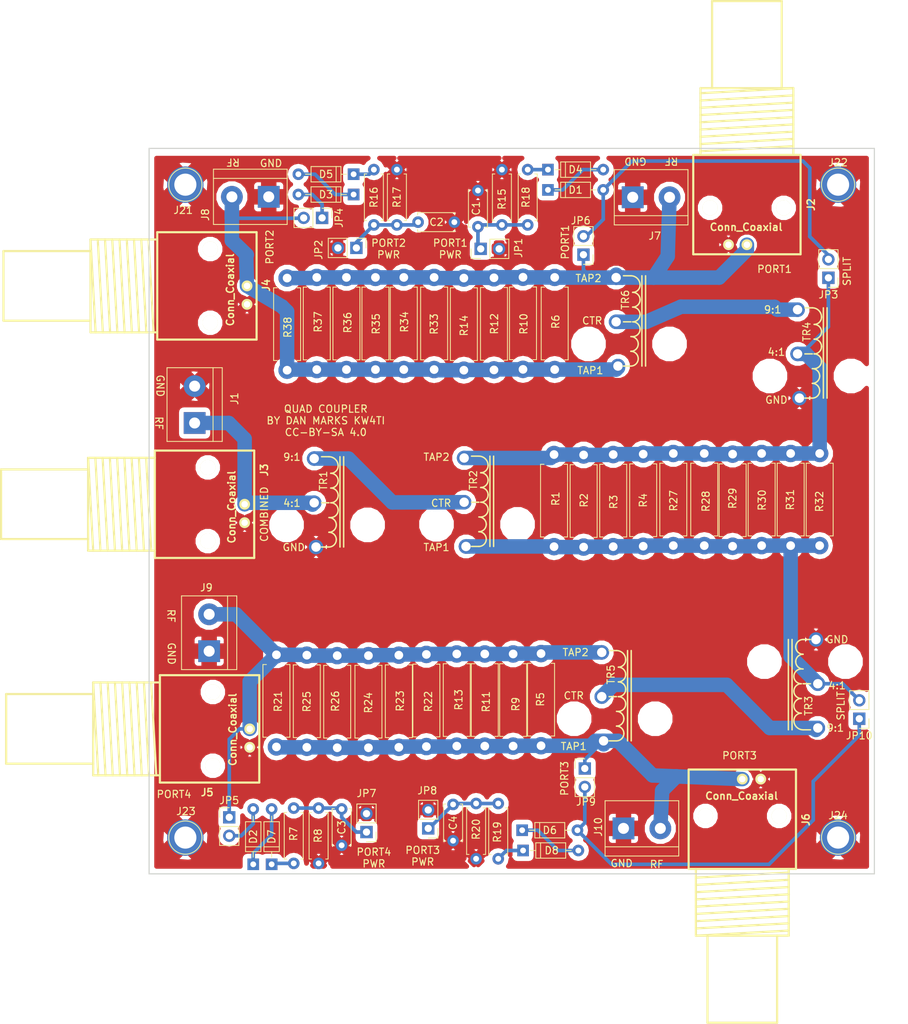
<source format=kicad_pcb>
(kicad_pcb (version 4) (host pcbnew 4.0.7)
  (layers (0 F.Cu signal) (31 B.Cu signal) (34 B.Paste user) (35 F.Paste user) (36 B.SilkS user) (37 F.SilkS user) (38 B.Mask user) (39 F.Mask user) (44 Edge.Cuts user))
  (net 0 "")
  (net 1 "Net-(J1-Pad1)")
  (net 2 GND)
  (net 3 "Net-(J2-Pad1)")
  (net 4 "Net-(C1-Pad1)")
  (net 5 "Net-(C2-Pad1)")
  (net 6 "Net-(C3-Pad1)")
  (net 7 "Net-(C4-Pad1)")
  (net 8 "Net-(D1-Pad2)")
  (net 9 "Net-(D2-Pad2)")
  (net 10 "Net-(D3-Pad2)")
  (net 11 "Net-(D6-Pad2)")
  (net 12 "Net-(TR1-Pad3)")
  (net 13 "Net-(TR3-Pad3)")
  (net 14 "Net-(TR4-Pad3)")
  (net 15 "Net-(J4-Pad1)")
  (net 16 "Net-(J5-Pad1)")
  (net 17 "Net-(J10-Pad2)")
  (net 18 "Net-(D5-Pad1)")
  (net 19 "Net-(D4-Pad1)")
  (net 20 "Net-(D1-Pad1)")
  (net 21 "Net-(D3-Pad1)")
  (net 22 "Net-(D2-Pad1)")
  (net 23 "Net-(D6-Pad1)")
  (net 24 "Net-(D7-Pad1)")
  (net 25 "Net-(D8-Pad1)")
  (net 26 "Net-(JP3-Pad1)")
  (net 27 "Net-(JP10-Pad2)")
  (module Connectors_Terminal_Blocks:TerminalBlock_bornier-2_P5.08mm (layer F.Cu) (at 46.2788 77.851 90)
    (fp_text reference J1 (at 3.3528 5.4991 270) (layer F.SilkS))
    (fp_text value Conn_01x02)
    (pad 1 thru_hole rect (at 0 0 90) (size 3 3) (drill 1.52) (layers *.Cu *.Mask) (net 1 "Net-(J1-Pad1)"))
    (pad 2 thru_hole circle (at 5.08 0 90) (size 3 3) (drill 1.52) (layers *.Cu *.Mask) (net 2 GND))
  )
  (module QuadCoupler:bnc_90_1-1337543-0 (layer F.Cu) (at 40.7924 89.0524 270)
    (fp_text reference J3 (at -4.7244 -15.0876 270) (layer F.SilkS) (effects (font (thickness 0.2))))
    (fp_text value Conn_Coaxial (at 0.381 -10.5918 270) (layer F.SilkS) (effects (font (thickness 0.2))))
    (pad 1 thru_hole circle (at 0 -12.38 270) (size 1.5 1.5) (drill 0.9) (layers *.Cu *.Mask F.SilkS) (net 1 "Net-(J1-Pad1)"))
    (pad 2 thru_hole circle (at 2.54 -12.38 270) (size 1.5 1.5) (drill 0.9) (layers *.Cu *.Mask F.SilkS) (net 2 GND))
    (pad "" np_thru_hole circle (at 5.08 -7.3 270) (size 2.1 2.1) (drill 2.1) (layers *.Cu *.Mask F.SilkS))
    (pad "" np_thru_hole circle (at -5.08 -7.3 270) (size 2.1 2.1) (drill 2.1) (layers *.Cu *.Mask F.SilkS))
  )
  (module Connectors:1pin (layer F.Cu) (at 45 45)
    (fp_text reference J21 (at -0.296 3.514) (layer F.SilkS))
    (fp_text value Conn_01x01)
    (pad 1 thru_hole circle (at 0 0) (size 5 5) (drill 3.048) (layers *.Cu *.Mask) (net 2 GND))
  )
  (module Connectors:1pin (layer F.Cu) (at 135 45)
    (fp_text reference J22 (at 0 -3.048) (layer F.SilkS))
    (fp_text value Conn_01x01)
    (pad 1 thru_hole circle (at 0 0) (size 5 5) (drill 3.048) (layers *.Cu *.Mask) (net 2 GND))
  )
  (module Connectors:1pin (layer F.Cu) (at 45 135)
    (fp_text reference J23 (at 0.085 -3.6185) (layer F.SilkS))
    (fp_text value Conn_01x01)
    (pad 1 thru_hole circle (at 0 0) (size 5 5) (drill 3.048) (layers *.Cu *.Mask) (net 2 GND))
  )
  (module Connectors:1pin (layer F.Cu) (at 135 135)
    (fp_text reference J24 (at 0 -3.048) (layer F.SilkS))
    (fp_text value Conn_01x01)
    (pad 1 thru_hole circle (at 0 0) (size 5 5) (drill 3.048) (layers *.Cu *.Mask) (net 2 GND))
  )
  (module Capacitors_THT:C_Disc_D5.0mm_W2.5mm_P5.00mm (layer F.Cu) (at 66.548 131.064 270)
    (fp_text reference C3 (at 2.54 0 270) (layer F.SilkS))
    (fp_text value "10 nF")
    (pad 1 thru_hole circle (at 0 0 270) (size 1.6 1.6) (drill 0.8) (layers *.Cu *.Mask) (net 6 "Net-(C3-Pad1)"))
    (pad 2 thru_hole circle (at 5 0 270) (size 1.6 1.6) (drill 0.8) (layers *.Cu *.Mask) (net 2 GND))
  )
  (module Capacitors_THT:C_Disc_D5.0mm_W2.5mm_P5.00mm (layer F.Cu) (at 81.915 130.429 270)
    (fp_text reference C4 (at 2.54 0 270) (layer F.SilkS))
    (fp_text value "10 nF")
    (pad 1 thru_hole circle (at 0 0 270) (size 1.6 1.6) (drill 0.8) (layers *.Cu *.Mask) (net 7 "Net-(C4-Pad1)"))
    (pad 2 thru_hole circle (at 5 0 270) (size 1.6 1.6) (drill 0.8) (layers *.Cu *.Mask) (net 2 GND))
  )
  (module Resistors_THT:R_Axial_DIN0207_L6.3mm_D2.5mm_P7.62mm_Horizontal (layer F.Cu) (at 59.944 130.937 270)
    (fp_text reference R7 (at 3.552 0.02 270) (layer F.SilkS))
    (fp_text value 100k)
    (pad 1 thru_hole circle (at 0 0 270) (size 1.6 1.6) (drill 0.8) (layers *.Cu *.Mask) (net 6 "Net-(C3-Pad1)"))
    (pad 2 thru_hole oval (at 7.62 0 270) (size 1.6 1.6) (drill 0.8) (layers *.Cu *.Mask) (net 24 "Net-(D7-Pad1)"))
  )
  (module Resistors_THT:R_Axial_DIN0207_L6.3mm_D2.5mm_P7.62mm_Horizontal (layer F.Cu) (at 63.373 138.557 90)
    (fp_text reference R8 (at 3.814 -0.076 90) (layer F.SilkS))
    (fp_text value 10k)
    (pad 1 thru_hole circle (at 0 0 90) (size 1.6 1.6) (drill 0.8) (layers *.Cu *.Mask) (net 2 GND))
    (pad 2 thru_hole oval (at 7.62 0 90) (size 1.6 1.6) (drill 0.8) (layers *.Cu *.Mask) (net 6 "Net-(C3-Pad1)"))
  )
  (module Diodes_THT:D_DO-35_SOD27_P7.62mm_Horizontal (layer F.Cu) (at 54.356 138.684 90)
    (fp_text reference D2 (at 3.81 0 90) (layer F.SilkS))
    (fp_text value 1N4148)
    (pad 1 thru_hole rect (at 0 0 90) (size 1.6 1.6) (drill 0.8) (layers *.Cu *.Mask) (net 22 "Net-(D2-Pad1)"))
    (pad 2 thru_hole oval (at 7.62 0 90) (size 1.6 1.6) (drill 0.8) (layers *.Cu *.Mask) (net 9 "Net-(D2-Pad2)"))
  )
  (module QuadCoupler:autotransformer (layer F.Cu) (at 104.394 63.9064)
    (fp_text reference TR6 (at 1.27 -3.048 90) (layer F.SilkS))
    (fp_text value autotransformer)
    (pad 1 thru_hole circle (at 0.254 6.096) (size 2 2) (drill 1.3) (layers *.Cu *.Mask) (net 15 "Net-(J4-Pad1)"))
    (pad 2 thru_hole circle (at 0 0) (size 2 2) (drill 1.3) (layers *.Cu *.Mask) (net 14 "Net-(TR4-Pad3)"))
    (pad 3 thru_hole circle (at 0 -6.096) (size 2 2) (drill 1.3) (layers *.Cu *.Mask) (net 3 "Net-(J2-Pad1)"))
    (pad "" np_thru_hole circle (at -3.81 3.048) (size 3.5 3.5) (drill 3.5) (layers *.Cu *.Mask))
    (pad "" np_thru_hole circle (at 7.366 3.048) (size 3.5 3.5) (drill 3.5) (layers *.Cu *.Mask))
  )
  (module QuadCoupler:autotransformer (layer F.Cu) (at 102.4128 115.57)
    (fp_text reference TR5 (at 1.27 -3.048 90) (layer F.SilkS))
    (fp_text value autotransformer)
    (pad 1 thru_hole circle (at 0.254 6.096) (size 2 2) (drill 1.3) (layers *.Cu *.Mask) (net 17 "Net-(J10-Pad2)"))
    (pad 2 thru_hole circle (at 0 0) (size 2 2) (drill 1.3) (layers *.Cu *.Mask) (net 13 "Net-(TR3-Pad3)"))
    (pad 3 thru_hole circle (at 0 -6.096) (size 2 2) (drill 1.3) (layers *.Cu *.Mask) (net 16 "Net-(J5-Pad1)"))
    (pad "" np_thru_hole circle (at -3.81 3.048) (size 3.5 3.5) (drill 3.5) (layers *.Cu *.Mask))
    (pad "" np_thru_hole circle (at 7.366 3.048) (size 3.5 3.5) (drill 3.5) (layers *.Cu *.Mask))
  )
  (module QuadCoupler:autotransformer (layer F.Cu) (at 129.413 68.326)
    (fp_text reference TR4 (at 1.27 -3.048 90) (layer F.SilkS))
    (fp_text value autotransformer)
    (pad 1 thru_hole circle (at 0.254 6.096) (size 2 2) (drill 1.3) (layers *.Cu *.Mask) (net 2 GND))
    (pad 2 thru_hole circle (at 0 0) (size 2 2) (drill 1.3) (layers *.Cu *.Mask) (net 26 "Net-(JP3-Pad1)"))
    (pad 3 thru_hole circle (at 0 -6.096) (size 2 2) (drill 1.3) (layers *.Cu *.Mask) (net 14 "Net-(TR4-Pad3)"))
    (pad "" np_thru_hole circle (at -3.81 3.048) (size 3.5 3.5) (drill 3.5) (layers *.Cu *.Mask))
    (pad "" np_thru_hole circle (at 7.366 3.048) (size 3.5 3.5) (drill 3.5) (layers *.Cu *.Mask))
  )
  (module QuadCoupler:autotransformer (layer F.Cu) (at 132.207 113.792 180)
    (fp_text reference TR3 (at 1.27 -3.048 270) (layer F.SilkS))
    (fp_text value autotransformer)
    (pad 1 thru_hole circle (at 0.254 6.096 180) (size 2 2) (drill 1.3) (layers *.Cu *.Mask) (net 2 GND))
    (pad 2 thru_hole circle (at 0 0 180) (size 2 2) (drill 1.3) (layers *.Cu *.Mask) (net 27 "Net-(JP10-Pad2)"))
    (pad 3 thru_hole circle (at 0 -6.096 180) (size 2 2) (drill 1.3) (layers *.Cu *.Mask) (net 13 "Net-(TR3-Pad3)"))
    (pad "" np_thru_hole circle (at -3.81 3.048 180) (size 3.5 3.5) (drill 3.5) (layers *.Cu *.Mask))
    (pad "" np_thru_hole circle (at 7.366 3.048 180) (size 3.5 3.5) (drill 3.5) (layers *.Cu *.Mask))
  )
  (module QuadCoupler:autotransformer (layer F.Cu) (at 83.439 88.773)
    (fp_text reference TR2 (at 1.27 -3.048 90) (layer F.SilkS))
    (fp_text value autotransformer)
    (pad 1 thru_hole circle (at 0.254 6.096) (size 2 2) (drill 1.3) (layers *.Cu *.Mask) (net 27 "Net-(JP10-Pad2)"))
    (pad 2 thru_hole circle (at 0 0) (size 2 2) (drill 1.3) (layers *.Cu *.Mask) (net 12 "Net-(TR1-Pad3)"))
    (pad 3 thru_hole circle (at 0 -6.096) (size 2 2) (drill 1.3) (layers *.Cu *.Mask) (net 26 "Net-(JP3-Pad1)"))
    (pad "" np_thru_hole circle (at -3.81 3.048) (size 3.5 3.5) (drill 3.5) (layers *.Cu *.Mask))
    (pad "" np_thru_hole circle (at 7.366 3.048) (size 3.5 3.5) (drill 3.5) (layers *.Cu *.Mask))
  )
  (module QuadCoupler:autotransformer (layer F.Cu) (at 62.7634 88.8492)
    (fp_text reference TR1 (at 1.27 -3.048 90) (layer F.SilkS))
    (fp_text value autotransformer)
    (pad 1 thru_hole circle (at 0.254 6.096) (size 2 2) (drill 1.3) (layers *.Cu *.Mask) (net 2 GND))
    (pad 2 thru_hole circle (at 0 0) (size 2 2) (drill 1.3) (layers *.Cu *.Mask) (net 1 "Net-(J1-Pad1)"))
    (pad 3 thru_hole circle (at 0 -6.096) (size 2 2) (drill 1.3) (layers *.Cu *.Mask) (net 12 "Net-(TR1-Pad3)"))
    (pad "" np_thru_hole circle (at -3.81 3.048) (size 3.5 3.5) (drill 3.5) (layers *.Cu *.Mask))
    (pad "" np_thru_hole circle (at 7.366 3.048) (size 3.5 3.5) (drill 3.5) (layers *.Cu *.Mask))
  )
  (module QuadCoupler:bnc_90_1-1337543-0 (layer F.Cu) (at 122.428 40.894 180)
    (fp_text reference J2 (at -8.8392 -6.858 270) (layer F.SilkS) (effects (font (thickness 0.2))))
    (fp_text value Conn_Coaxial (at 0.1016 -9.9568 180) (layer F.SilkS) (effects (font (thickness 0.2))))
    (pad 1 thru_hole circle (at 0 -12.38 180) (size 1.5 1.5) (drill 0.9) (layers *.Cu *.Mask F.SilkS) (net 3 "Net-(J2-Pad1)"))
    (pad 2 thru_hole circle (at 2.54 -12.38 180) (size 1.5 1.5) (drill 0.9) (layers *.Cu *.Mask F.SilkS) (net 2 GND))
    (pad "" np_thru_hole circle (at 5.08 -7.3 180) (size 2.1 2.1) (drill 2.1) (layers *.Cu *.Mask F.SilkS))
    (pad "" np_thru_hole circle (at -5.08 -7.3 180) (size 2.1 2.1) (drill 2.1) (layers *.Cu *.Mask F.SilkS))
  )
  (module QuadCoupler:bnc_90_1-1337543-0 (layer F.Cu) (at 41.1226 58.9534 270)
    (fp_text reference J4 (at -0.0889 -15.0241 450) (layer F.SilkS) (effects (font (thickness 0.2))))
    (fp_text value Conn_Coaxial (at 0.5334 -10.06602 270) (layer F.SilkS) (effects (font (thickness 0.2))))
    (pad 1 thru_hole circle (at 0 -12.38 270) (size 1.5 1.5) (drill 0.9) (layers *.Cu *.Mask F.SilkS) (net 15 "Net-(J4-Pad1)"))
    (pad 2 thru_hole circle (at 2.54 -12.38 270) (size 1.5 1.5) (drill 0.9) (layers *.Cu *.Mask F.SilkS) (net 2 GND))
    (pad "" np_thru_hole circle (at 5.08 -7.3 270) (size 2.1 2.1) (drill 2.1) (layers *.Cu *.Mask F.SilkS))
    (pad "" np_thru_hole circle (at -5.08 -7.3 270) (size 2.1 2.1) (drill 2.1) (layers *.Cu *.Mask F.SilkS))
  )
  (module QuadCoupler:bnc_90_1-1337543-0 (layer F.Cu) (at 41.4909 120.015 270)
    (fp_text reference J5 (at 8.763 -6.5151 360) (layer F.SilkS) (effects (font (thickness 0.2))))
    (fp_text value Conn_Coaxial (at 0.0889 -10.0457 270) (layer F.SilkS) (effects (font (thickness 0.2))))
    (pad 1 thru_hole circle (at 0 -12.38 270) (size 1.5 1.5) (drill 0.9) (layers *.Cu *.Mask F.SilkS) (net 16 "Net-(J5-Pad1)"))
    (pad 2 thru_hole circle (at 2.54 -12.38 270) (size 1.5 1.5) (drill 0.9) (layers *.Cu *.Mask F.SilkS) (net 2 GND))
    (pad "" np_thru_hole circle (at 5.08 -7.3 270) (size 2.1 2.1) (drill 2.1) (layers *.Cu *.Mask F.SilkS))
    (pad "" np_thru_hole circle (at -5.08 -7.3 270) (size 2.1 2.1) (drill 2.1) (layers *.Cu *.Mask F.SilkS))
  )
  (module QuadCoupler:bnc_90_1-1337543-0 (layer F.Cu) (at 121.793 139.319)
    (fp_text reference J6 (at 8.763 -6.7818 90) (layer F.SilkS) (effects (font (thickness 0.2))))
    (fp_text value Conn_Coaxial (at -0.0889 -10.0584) (layer F.SilkS) (effects (font (thickness 0.2))))
    (pad 1 thru_hole circle (at 0 -12.38) (size 1.5 1.5) (drill 0.9) (layers *.Cu *.Mask F.SilkS) (net 17 "Net-(J10-Pad2)"))
    (pad 2 thru_hole circle (at 2.54 -12.38) (size 1.5 1.5) (drill 0.9) (layers *.Cu *.Mask F.SilkS) (net 2 GND))
    (pad "" np_thru_hole circle (at 5.08 -7.3) (size 2.1 2.1) (drill 2.1) (layers *.Cu *.Mask F.SilkS))
    (pad "" np_thru_hole circle (at -5.08 -7.3) (size 2.1 2.1) (drill 2.1) (layers *.Cu *.Mask F.SilkS))
  )
  (module Connectors_Terminal_Blocks:TerminalBlock_bornier-2_P5.08mm (layer F.Cu) (at 106.68 46.736)
    (fp_text reference J7 (at 3.048 5.334 180) (layer F.SilkS))
    (fp_text value Conn_01x02)
    (pad 1 thru_hole rect (at 0 0) (size 3 3) (drill 1.52) (layers *.Cu *.Mask) (net 2 GND))
    (pad 2 thru_hole circle (at 5.08 0) (size 3 3) (drill 1.52) (layers *.Cu *.Mask) (net 3 "Net-(J2-Pad1)"))
  )
  (module Connectors_Terminal_Blocks:TerminalBlock_bornier-2_P5.08mm (layer F.Cu) (at 56.49468 46.67504 180)
    (fp_text reference J8 (at 8.74268 -2.47396 450) (layer F.SilkS))
    (fp_text value Conn_01x02)
    (pad 1 thru_hole rect (at 0 0 180) (size 3 3) (drill 1.52) (layers *.Cu *.Mask) (net 2 GND))
    (pad 2 thru_hole circle (at 5.08 0 180) (size 3 3) (drill 1.52) (layers *.Cu *.Mask) (net 15 "Net-(J4-Pad1)"))
  )
  (module Connectors_Terminal_Blocks:TerminalBlock_bornier-2_P5.08mm (layer F.Cu) (at 48.28032 109.30128 90)
    (fp_text reference J9 (at 8.75792 -0.38354 180) (layer F.SilkS))
    (fp_text value Conn_01x02)
    (pad 1 thru_hole rect (at 0 0 90) (size 3 3) (drill 1.52) (layers *.Cu *.Mask) (net 2 GND))
    (pad 2 thru_hole circle (at 5.08 0 90) (size 3 3) (drill 1.52) (layers *.Cu *.Mask) (net 16 "Net-(J5-Pad1)"))
  )
  (module Connectors_Terminal_Blocks:TerminalBlock_bornier-2_P5.08mm (layer F.Cu) (at 105.41 133.731)
    (fp_text reference J10 (at -3.4798 -0.2032 90) (layer F.SilkS))
    (fp_text value Conn_01x02)
    (pad 1 thru_hole rect (at 0 0) (size 3 3) (drill 1.52) (layers *.Cu *.Mask) (net 2 GND))
    (pad 2 thru_hole circle (at 5.08 0) (size 3 3) (drill 1.52) (layers *.Cu *.Mask) (net 17 "Net-(J10-Pad2)"))
  )
  (module Capacitors_THT:C_Disc_D5.0mm_W2.5mm_P5.00mm (layer F.Cu) (at 85.344 50.8 90)
    (fp_text reference C1 (at 2.54 -0.254 90) (layer F.SilkS))
    (fp_text value "10 nF")
    (pad 1 thru_hole circle (at 0 0 90) (size 1.6 1.6) (drill 0.8) (layers *.Cu *.Mask) (net 4 "Net-(C1-Pad1)"))
    (pad 2 thru_hole circle (at 5 0 90) (size 1.6 1.6) (drill 0.8) (layers *.Cu *.Mask) (net 2 GND))
  )
  (module Capacitors_THT:C_Disc_D5.0mm_W2.5mm_P5.00mm (layer F.Cu) (at 77.089 50.165)
    (fp_text reference C2 (at 2.54 0) (layer F.SilkS))
    (fp_text value "10 nF")
    (pad 1 thru_hole circle (at 0 0) (size 1.6 1.6) (drill 0.8) (layers *.Cu *.Mask) (net 5 "Net-(C2-Pad1)"))
    (pad 2 thru_hole circle (at 5 0) (size 1.6 1.6) (drill 0.8) (layers *.Cu *.Mask) (net 2 GND))
  )
  (module Pin_Headers:Pin_Header_Straight_1x02_Pitch2.54mm (layer F.Cu) (at 85.725 53.848 90)
    (fp_text reference JP1 (at 0.127 5.207 90) (layer F.SilkS))
    (fp_text value Jumper_NC_Small)
    (pad 1 thru_hole rect (at 0 0 90) (size 1.7 1.7) (drill 1) (layers *.Cu *.Mask) (net 4 "Net-(C1-Pad1)"))
    (pad 2 thru_hole oval (at 0 2.54 90) (size 1.7 1.7) (drill 1) (layers *.Cu *.Mask) (net 2 GND))
  )
  (module Pin_Headers:Pin_Header_Straight_1x02_Pitch2.54mm (layer F.Cu) (at 68.58 53.721 270)
    (fp_text reference JP2 (at 0.254 5.207 450) (layer F.SilkS))
    (fp_text value Jumper_NC_Small)
    (pad 1 thru_hole rect (at 0 0 270) (size 1.7 1.7) (drill 1) (layers *.Cu *.Mask) (net 5 "Net-(C2-Pad1)"))
    (pad 2 thru_hole oval (at 0 2.54 270) (size 1.7 1.7) (drill 1) (layers *.Cu *.Mask) (net 2 GND))
  )
  (module Resistors_THT:R_Axial_DIN0207_L6.3mm_D2.5mm_P7.62mm_Horizontal (layer F.Cu) (at 88.646 42.926 270)
    (fp_text reference R15 (at 4.064 0 270) (layer F.SilkS))
    (fp_text value 10k)
    (pad 1 thru_hole circle (at 0 0 270) (size 1.6 1.6) (drill 0.8) (layers *.Cu *.Mask) (net 2 GND))
    (pad 2 thru_hole oval (at 7.62 0 270) (size 1.6 1.6) (drill 0.8) (layers *.Cu *.Mask) (net 4 "Net-(C1-Pad1)"))
  )
  (module Resistors_THT:R_Axial_DIN0207_L6.3mm_D2.5mm_P7.62mm_Horizontal (layer F.Cu) (at 70.993 50.546 90)
    (fp_text reference R16 (at 3.81 0 90) (layer F.SilkS))
    (fp_text value 100k)
    (pad 1 thru_hole circle (at 0 0 90) (size 1.6 1.6) (drill 0.8) (layers *.Cu *.Mask) (net 5 "Net-(C2-Pad1)"))
    (pad 2 thru_hole oval (at 7.62 0 90) (size 1.6 1.6) (drill 0.8) (layers *.Cu *.Mask) (net 18 "Net-(D5-Pad1)"))
  )
  (module Resistors_THT:R_Axial_DIN0207_L6.3mm_D2.5mm_P7.62mm_Horizontal (layer F.Cu) (at 74.168 42.926 270)
    (fp_text reference R17 (at 3.81 0 270) (layer F.SilkS))
    (fp_text value 10k)
    (pad 1 thru_hole circle (at 0 0 270) (size 1.6 1.6) (drill 0.8) (layers *.Cu *.Mask) (net 2 GND))
    (pad 2 thru_hole oval (at 7.62 0 270) (size 1.6 1.6) (drill 0.8) (layers *.Cu *.Mask) (net 5 "Net-(C2-Pad1)"))
  )
  (module Resistors_THT:R_Axial_DIN0207_L6.3mm_D2.5mm_P7.62mm_Horizontal (layer F.Cu) (at 92.202 50.546 90)
    (fp_text reference R18 (at 3.81 -0.254 90) (layer F.SilkS))
    (fp_text value 100k)
    (pad 1 thru_hole circle (at 0 0 90) (size 1.6 1.6) (drill 0.8) (layers *.Cu *.Mask) (net 4 "Net-(C1-Pad1)"))
    (pad 2 thru_hole oval (at 7.62 0 90) (size 1.6 1.6) (drill 0.8) (layers *.Cu *.Mask) (net 19 "Net-(D4-Pad1)"))
  )
  (module Diodes_THT:D_DO-35_SOD27_P7.62mm_Horizontal (layer F.Cu) (at 94.996 45.72)
    (fp_text reference D1 (at 3.81 0) (layer F.SilkS))
    (fp_text value 1N4148)
    (pad 1 thru_hole rect (at 0 0) (size 1.6 1.6) (drill 0.8) (layers *.Cu *.Mask) (net 20 "Net-(D1-Pad1)"))
    (pad 2 thru_hole oval (at 7.62 0) (size 1.6 1.6) (drill 0.8) (layers *.Cu *.Mask) (net 8 "Net-(D1-Pad2)"))
  )
  (module Diodes_THT:D_DO-35_SOD27_P7.62mm_Horizontal (layer F.Cu) (at 68.199 46.355 180)
    (fp_text reference D3 (at 3.81 0 180) (layer F.SilkS))
    (fp_text value 1N4148)
    (pad 1 thru_hole rect (at 0 0 180) (size 1.6 1.6) (drill 0.8) (layers *.Cu *.Mask) (net 21 "Net-(D3-Pad1)"))
    (pad 2 thru_hole oval (at 7.62 0 180) (size 1.6 1.6) (drill 0.8) (layers *.Cu *.Mask) (net 10 "Net-(D3-Pad2)"))
  )
  (module Diodes_THT:D_DO-35_SOD27_P7.62mm_Horizontal (layer F.Cu) (at 94.996 42.926)
    (fp_text reference D4 (at 3.81 0) (layer F.SilkS))
    (fp_text value 1N4148)
    (pad 1 thru_hole rect (at 0 0) (size 1.6 1.6) (drill 0.8) (layers *.Cu *.Mask) (net 19 "Net-(D4-Pad1)"))
    (pad 2 thru_hole oval (at 7.62 0) (size 1.6 1.6) (drill 0.8) (layers *.Cu *.Mask) (net 20 "Net-(D1-Pad1)"))
  )
  (module Diodes_THT:D_DO-35_SOD27_P7.62mm_Horizontal (layer F.Cu) (at 68.199 43.561 180)
    (fp_text reference D5 (at 3.81 0 180) (layer F.SilkS))
    (fp_text value 1N4148)
    (pad 1 thru_hole rect (at 0 0 180) (size 1.6 1.6) (drill 0.8) (layers *.Cu *.Mask) (net 18 "Net-(D5-Pad1)"))
    (pad 2 thru_hole oval (at 7.62 0 180) (size 1.6 1.6) (drill 0.8) (layers *.Cu *.Mask) (net 21 "Net-(D3-Pad1)"))
  )
  (module Diodes_THT:D_DO-35_SOD27_P7.62mm_Horizontal (layer F.Cu) (at 91.44 133.985)
    (fp_text reference D6 (at 3.81 0) (layer F.SilkS))
    (fp_text value 1N4148)
    (pad 1 thru_hole rect (at 0 0) (size 1.6 1.6) (drill 0.8) (layers *.Cu *.Mask) (net 23 "Net-(D6-Pad1)"))
    (pad 2 thru_hole oval (at 7.62 0) (size 1.6 1.6) (drill 0.8) (layers *.Cu *.Mask) (net 11 "Net-(D6-Pad2)"))
  )
  (module Diodes_THT:D_DO-35_SOD27_P7.62mm_Horizontal (layer F.Cu) (at 56.896 138.684 90)
    (fp_text reference D7 (at 3.81 0 90) (layer F.SilkS))
    (fp_text value 1N4148)
    (pad 1 thru_hole rect (at 0 0 90) (size 1.6 1.6) (drill 0.8) (layers *.Cu *.Mask) (net 24 "Net-(D7-Pad1)"))
    (pad 2 thru_hole oval (at 7.62 0 90) (size 1.6 1.6) (drill 0.8) (layers *.Cu *.Mask) (net 22 "Net-(D2-Pad1)"))
  )
  (module Diodes_THT:D_DO-35_SOD27_P7.62mm_Horizontal (layer F.Cu) (at 91.567 136.779)
    (fp_text reference D8 (at 3.937 0) (layer F.SilkS))
    (fp_text value 1N4148)
    (pad 1 thru_hole rect (at 0 0) (size 1.6 1.6) (drill 0.8) (layers *.Cu *.Mask) (net 25 "Net-(D8-Pad1)"))
    (pad 2 thru_hole oval (at 7.62 0) (size 1.6 1.6) (drill 0.8) (layers *.Cu *.Mask) (net 23 "Net-(D6-Pad1)"))
  )
  (module Pin_Headers:Pin_Header_Straight_1x02_Pitch2.54mm (layer F.Cu) (at 51.054 132.207)
    (fp_text reference JP5 (at 0 -2.33) (layer F.SilkS))
    (fp_text value Jumper_NC_Small)
    (pad 1 thru_hole rect (at 0 0) (size 1.7 1.7) (drill 1) (layers *.Cu *.Mask) (net 16 "Net-(J5-Pad1)"))
    (pad 2 thru_hole oval (at 0 2.54) (size 1.7 1.7) (drill 1) (layers *.Cu *.Mask) (net 9 "Net-(D2-Pad2)"))
  )
  (module Pin_Headers:Pin_Header_Straight_1x02_Pitch2.54mm (layer F.Cu) (at 69.977 134.239 180)
    (fp_text reference JP7 (at 0 5.334 180) (layer F.SilkS))
    (fp_text value Jumper_NC_Small)
    (pad 1 thru_hole rect (at 0 0 180) (size 1.7 1.7) (drill 1) (layers *.Cu *.Mask) (net 6 "Net-(C3-Pad1)"))
    (pad 2 thru_hole oval (at 0 2.54 180) (size 1.7 1.7) (drill 1) (layers *.Cu *.Mask) (net 2 GND))
  )
  (module Pin_Headers:Pin_Header_Straight_1x02_Pitch2.54mm (layer F.Cu) (at 78.486 133.731 180)
    (fp_text reference JP8 (at 0.127 5.207 180) (layer F.SilkS))
    (fp_text value Jumper_NC_Small)
    (pad 1 thru_hole rect (at 0 0 180) (size 1.7 1.7) (drill 1) (layers *.Cu *.Mask) (net 7 "Net-(C4-Pad1)"))
    (pad 2 thru_hole oval (at 0 2.54 180) (size 1.7 1.7) (drill 1) (layers *.Cu *.Mask) (net 2 GND))
  )
  (module Resistors_THT:R_Axial_DIN0207_L6.3mm_D2.5mm_P7.62mm_Horizontal (layer F.Cu) (at 88.138 130.302 270)
    (fp_text reference R19 (at 3.937 0.127 270) (layer F.SilkS))
    (fp_text value 100k)
    (pad 1 thru_hole circle (at 0 0 270) (size 1.6 1.6) (drill 0.8) (layers *.Cu *.Mask) (net 7 "Net-(C4-Pad1)"))
    (pad 2 thru_hole oval (at 7.62 0 270) (size 1.6 1.6) (drill 0.8) (layers *.Cu *.Mask) (net 25 "Net-(D8-Pad1)"))
  )
  (module Resistors_THT:R_Axial_DIN0207_L6.3mm_D2.5mm_P7.62mm_Horizontal (layer F.Cu) (at 85.09 137.922 90)
    (fp_text reference R20 (at 4.064 0 90) (layer F.SilkS))
    (fp_text value 10k)
    (pad 1 thru_hole circle (at 0 0 90) (size 1.6 1.6) (drill 0.8) (layers *.Cu *.Mask) (net 2 GND))
    (pad 2 thru_hole oval (at 7.62 0 90) (size 1.6 1.6) (drill 0.8) (layers *.Cu *.Mask) (net 7 "Net-(C4-Pad1)"))
  )
  (module Pin_Headers:Pin_Header_Straight_1x02_Pitch2.54mm (layer F.Cu) (at 63.8556 49.5808 270)
    (fp_text reference JP4 (at 0 -2.33 270) (layer F.SilkS))
    (fp_text value Jumper_NC_Small)
    (pad 1 thru_hole rect (at 0 0 270) (size 1.7 1.7) (drill 1) (layers *.Cu *.Mask) (net 10 "Net-(D3-Pad2)"))
    (pad 2 thru_hole oval (at 0 2.54 270) (size 1.7 1.7) (drill 1) (layers *.Cu *.Mask) (net 15 "Net-(J4-Pad1)"))
  )
  (module Resistors_THT:R_Axial_DIN0411_L9.9mm_D3.6mm_P12.70mm_Horizontal (layer F.Cu) (at 94.0435 109.6391 270)
    (fp_text reference R5 (at 6.3119 0.0889 270) (layer F.SilkS))
    (fp_text value 1k)
    (pad 1 thru_hole circle (at 0 0 270) (size 2.4 2.4) (drill 1.2) (layers *.Cu *.Mask) (net 16 "Net-(J5-Pad1)"))
    (pad 2 thru_hole oval (at 12.7 0 270) (size 2.4 2.4) (drill 1.2) (layers *.Cu *.Mask) (net 17 "Net-(J10-Pad2)"))
  )
  (module Resistors_THT:R_Axial_DIN0411_L9.9mm_D3.6mm_P12.70mm_Horizontal (layer F.Cu) (at 90.1954 109.6899 270)
    (fp_text reference R9 (at 6.9215 -0.3556 270) (layer F.SilkS))
    (fp_text value 1k)
    (pad 1 thru_hole circle (at 0 0 270) (size 2.4 2.4) (drill 1.2) (layers *.Cu *.Mask) (net 16 "Net-(J5-Pad1)"))
    (pad 2 thru_hole oval (at 12.7 0 270) (size 2.4 2.4) (drill 1.2) (layers *.Cu *.Mask) (net 17 "Net-(J10-Pad2)"))
  )
  (module Resistors_THT:R_Axial_DIN0411_L9.9mm_D3.6mm_P12.70mm_Horizontal (layer F.Cu) (at 86.2838 109.6899 270)
    (fp_text reference R11 (at 6.5786 -0.1778 270) (layer F.SilkS))
    (fp_text value 1k)
    (pad 1 thru_hole circle (at 0 0 270) (size 2.4 2.4) (drill 1.2) (layers *.Cu *.Mask) (net 16 "Net-(J5-Pad1)"))
    (pad 2 thru_hole oval (at 12.7 0 270) (size 2.4 2.4) (drill 1.2) (layers *.Cu *.Mask) (net 17 "Net-(J10-Pad2)"))
  )
  (module Resistors_THT:R_Axial_DIN0411_L9.9mm_D3.6mm_P12.70mm_Horizontal (layer F.Cu) (at 82.423 109.6899 270)
    (fp_text reference R13 (at 6.3119 -0.2667 270) (layer F.SilkS))
    (fp_text value 1k)
    (pad 1 thru_hole circle (at 0 0 270) (size 2.4 2.4) (drill 1.2) (layers *.Cu *.Mask) (net 16 "Net-(J5-Pad1)"))
    (pad 2 thru_hole oval (at 12.7 0 270) (size 2.4 2.4) (drill 1.2) (layers *.Cu *.Mask) (net 17 "Net-(J10-Pad2)"))
  )
  (module Resistors_THT:R_Axial_DIN0411_L9.9mm_D3.6mm_P12.70mm_Horizontal (layer F.Cu) (at 57.5564 109.8042 270)
    (fp_text reference R21 (at 6.4262 -0.22352 270) (layer F.SilkS))
    (fp_text value 1k)
    (pad 1 thru_hole circle (at 0 0 270) (size 2.4 2.4) (drill 1.2) (layers *.Cu *.Mask) (net 16 "Net-(J5-Pad1)"))
    (pad 2 thru_hole oval (at 12.7 0 270) (size 2.4 2.4) (drill 1.2) (layers *.Cu *.Mask) (net 17 "Net-(J10-Pad2)"))
  )
  (module Resistors_THT:R_Axial_DIN0411_L9.9mm_D3.6mm_P12.70mm_Horizontal (layer F.Cu) (at 78.232 109.7534 270)
    (fp_text reference R22 (at 6.4897 -0.2667 270) (layer F.SilkS))
    (fp_text value 1k)
    (pad 1 thru_hole circle (at 0 0 270) (size 2.4 2.4) (drill 1.2) (layers *.Cu *.Mask) (net 16 "Net-(J5-Pad1)"))
    (pad 2 thru_hole oval (at 12.7 0 270) (size 2.4 2.4) (drill 1.2) (layers *.Cu *.Mask) (net 17 "Net-(J10-Pad2)"))
  )
  (module Resistors_THT:R_Axial_DIN0411_L9.9mm_D3.6mm_P12.70mm_Horizontal (layer F.Cu) (at 74.4347 109.855 270)
    (fp_text reference R23 (at 6.3119 -0.1778 270) (layer F.SilkS))
    (fp_text value 1k)
    (pad 1 thru_hole circle (at 0 0 270) (size 2.4 2.4) (drill 1.2) (layers *.Cu *.Mask) (net 16 "Net-(J5-Pad1)"))
    (pad 2 thru_hole oval (at 12.7 0 270) (size 2.4 2.4) (drill 1.2) (layers *.Cu *.Mask) (net 17 "Net-(J10-Pad2)"))
  )
  (module Resistors_THT:R_Axial_DIN0411_L9.9mm_D3.6mm_P12.70mm_Horizontal (layer F.Cu) (at 70.2437 109.9185 270)
    (fp_text reference R24 (at 6.4897 0 270) (layer F.SilkS))
    (fp_text value 1k)
    (pad 1 thru_hole circle (at 0 0 270) (size 2.4 2.4) (drill 1.2) (layers *.Cu *.Mask) (net 16 "Net-(J5-Pad1)"))
    (pad 2 thru_hole oval (at 12.7 0 270) (size 2.4 2.4) (drill 1.2) (layers *.Cu *.Mask) (net 17 "Net-(J10-Pad2)"))
  )
  (module Resistors_THT:R_Axial_DIN0411_L9.9mm_D3.6mm_P12.70mm_Horizontal (layer F.Cu) (at 61.7474 109.855 270)
    (fp_text reference R25 (at 6.4008 0 270) (layer F.SilkS))
    (fp_text value 1k)
    (pad 1 thru_hole circle (at 0 0 270) (size 2.4 2.4) (drill 1.2) (layers *.Cu *.Mask) (net 16 "Net-(J5-Pad1)"))
    (pad 2 thru_hole oval (at 12.7 0 270) (size 2.4 2.4) (drill 1.2) (layers *.Cu *.Mask) (net 17 "Net-(J10-Pad2)"))
  )
  (module Resistors_THT:R_Axial_DIN0411_L9.9mm_D3.6mm_P12.70mm_Horizontal (layer F.Cu) (at 65.9384 109.9185 270)
    (fp_text reference R26 (at 6.2787 0.254899 270) (layer F.SilkS))
    (fp_text value 1k)
    (pad 1 thru_hole circle (at 0 0 270) (size 2.4 2.4) (drill 1.2) (layers *.Cu *.Mask) (net 16 "Net-(J5-Pad1)"))
    (pad 2 thru_hole oval (at 12.7 0 270) (size 2.4 2.4) (drill 1.2) (layers *.Cu *.Mask) (net 17 "Net-(J10-Pad2)"))
  )
  (module Resistors_THT:R_Axial_DIN0411_L9.9mm_D3.6mm_P12.70mm_Horizontal (layer F.Cu) (at 95.8342 82.19948 270)
    (fp_text reference R1 (at 6.09092 -0.22352 270) (layer F.SilkS))
    (fp_text value 1k)
    (pad 1 thru_hole circle (at 0 0 270) (size 2.4 2.4) (drill 1.2) (layers *.Cu *.Mask) (net 26 "Net-(JP3-Pad1)"))
    (pad 2 thru_hole oval (at 12.7 0 270) (size 2.4 2.4) (drill 1.2) (layers *.Cu *.Mask) (net 27 "Net-(JP10-Pad2)"))
  )
  (module Resistors_THT:R_Axial_DIN0411_L9.9mm_D3.6mm_P12.70mm_Horizontal (layer F.Cu) (at 99.91344 82.25536 270)
    (fp_text reference R2 (at 6.25856 -0.05588 270) (layer F.SilkS))
    (fp_text value 1k)
    (pad 1 thru_hole circle (at 0 0 270) (size 2.4 2.4) (drill 1.2) (layers *.Cu *.Mask) (net 26 "Net-(JP3-Pad1)"))
    (pad 2 thru_hole oval (at 12.7 0 270) (size 2.4 2.4) (drill 1.2) (layers *.Cu *.Mask) (net 27 "Net-(JP10-Pad2)"))
  )
  (module Resistors_THT:R_Axial_DIN0411_L9.9mm_D3.6mm_P12.70mm_Horizontal (layer F.Cu) (at 103.99268 82.19948 270)
    (fp_text reference R3 (at 6.53796 -0.05588 270) (layer F.SilkS))
    (fp_text value 1k)
    (pad 1 thru_hole circle (at 0 0 270) (size 2.4 2.4) (drill 1.2) (layers *.Cu *.Mask) (net 26 "Net-(JP3-Pad1)"))
    (pad 2 thru_hole oval (at 12.7 0 270) (size 2.4 2.4) (drill 1.2) (layers *.Cu *.Mask) (net 27 "Net-(JP10-Pad2)"))
  )
  (module Resistors_THT:R_Axial_DIN0411_L9.9mm_D3.6mm_P12.70mm_Horizontal (layer F.Cu) (at 108.1278 82.1436 270)
    (fp_text reference R4 (at 6.37032 0 270) (layer F.SilkS))
    (fp_text value 1k)
    (pad 1 thru_hole circle (at 0 0 270) (size 2.4 2.4) (drill 1.2) (layers *.Cu *.Mask) (net 26 "Net-(JP3-Pad1)"))
    (pad 2 thru_hole oval (at 12.7 0 270) (size 2.4 2.4) (drill 1.2) (layers *.Cu *.Mask) (net 27 "Net-(JP10-Pad2)"))
  )
  (module Resistors_THT:R_Axial_DIN0411_L9.9mm_D3.6mm_P12.70mm_Horizontal (layer F.Cu) (at 112.2807 82.0547 270)
    (fp_text reference R27 (at 6.5151 -0.0381 270) (layer F.SilkS))
    (fp_text value 1k)
    (pad 1 thru_hole circle (at 0 0 270) (size 2.4 2.4) (drill 1.2) (layers *.Cu *.Mask) (net 26 "Net-(JP3-Pad1)"))
    (pad 2 thru_hole oval (at 12.7 0 270) (size 2.4 2.4) (drill 1.2) (layers *.Cu *.Mask) (net 27 "Net-(JP10-Pad2)"))
  )
  (module Resistors_THT:R_Axial_DIN0411_L9.9mm_D3.6mm_P12.70mm_Horizontal (layer F.Cu) (at 116.5479 82.0547 270)
    (fp_text reference R28 (at 6.59384 -0.22352 270) (layer F.SilkS))
    (fp_text value 1k)
    (pad 1 thru_hole circle (at 0 0 270) (size 2.4 2.4) (drill 1.2) (layers *.Cu *.Mask) (net 26 "Net-(JP3-Pad1)"))
    (pad 2 thru_hole oval (at 12.7 0 270) (size 2.4 2.4) (drill 1.2) (layers *.Cu *.Mask) (net 27 "Net-(JP10-Pad2)"))
  )
  (module Resistors_THT:R_Axial_DIN0411_L9.9mm_D3.6mm_P12.70mm_Horizontal (layer F.Cu) (at 120.4595 82.1436 270)
    (fp_text reference R29 (at 6.09092 0 270) (layer F.SilkS))
    (fp_text value 1k)
    (pad 1 thru_hole circle (at 0 0 270) (size 2.4 2.4) (drill 1.2) (layers *.Cu *.Mask) (net 26 "Net-(JP3-Pad1)"))
    (pad 2 thru_hole oval (at 12.7 0 270) (size 2.4 2.4) (drill 1.2) (layers *.Cu *.Mask) (net 27 "Net-(JP10-Pad2)"))
  )
  (module Resistors_THT:R_Axial_DIN0411_L9.9mm_D3.6mm_P12.70mm_Horizontal (layer F.Cu) (at 124.46 82.0547 270)
    (fp_text reference R30 (at 6.4262 -0.05588 270) (layer F.SilkS))
    (fp_text value 1k)
    (pad 1 thru_hole circle (at 0 0 270) (size 2.4 2.4) (drill 1.2) (layers *.Cu *.Mask) (net 26 "Net-(JP3-Pad1)"))
    (pad 2 thru_hole oval (at 12.7 0 270) (size 2.4 2.4) (drill 1.2) (layers *.Cu *.Mask) (net 27 "Net-(JP10-Pad2)"))
  )
  (module Resistors_THT:R_Axial_DIN0411_L9.9mm_D3.6mm_P12.70mm_Horizontal (layer F.Cu) (at 128.4605 82.0547 270)
    (fp_text reference R31 (at 6.37032 0.05588 270) (layer F.SilkS))
    (fp_text value 1k)
    (pad 1 thru_hole circle (at 0 0 270) (size 2.4 2.4) (drill 1.2) (layers *.Cu *.Mask) (net 26 "Net-(JP3-Pad1)"))
    (pad 2 thru_hole oval (at 12.7 0 270) (size 2.4 2.4) (drill 1.2) (layers *.Cu *.Mask) (net 27 "Net-(JP10-Pad2)"))
  )
  (module Resistors_THT:R_Axial_DIN0411_L9.9mm_D3.6mm_P12.70mm_Horizontal (layer F.Cu) (at 132.461 82.0547 270)
    (fp_text reference R32 (at 6.61652 0.028839 270) (layer F.SilkS))
    (fp_text value 1k)
    (pad 1 thru_hole circle (at 0 0 270) (size 2.4 2.4) (drill 1.2) (layers *.Cu *.Mask) (net 26 "Net-(JP3-Pad1)"))
    (pad 2 thru_hole oval (at 12.7 0 270) (size 2.4 2.4) (drill 1.2) (layers *.Cu *.Mask) (net 27 "Net-(JP10-Pad2)"))
  )
  (module Resistors_THT:R_Axial_DIN0411_L9.9mm_D3.6mm_P12.70mm_Horizontal (layer F.Cu) (at 95.9231 57.785 270)
    (fp_text reference R6 (at 6.11378 -0.13462 270) (layer F.SilkS))
    (fp_text value 1k)
    (pad 1 thru_hole circle (at 0 0 270) (size 2.4 2.4) (drill 1.2) (layers *.Cu *.Mask) (net 3 "Net-(J2-Pad1)"))
    (pad 2 thru_hole oval (at 12.7 0 270) (size 2.4 2.4) (drill 1.2) (layers *.Cu *.Mask) (net 15 "Net-(J4-Pad1)"))
  )
  (module Resistors_THT:R_Axial_DIN0411_L9.9mm_D3.6mm_P12.70mm_Horizontal (layer F.Cu) (at 91.5543 57.7596 270)
    (fp_text reference R10 (at 6.43128 -0.09906 270) (layer F.SilkS))
    (fp_text value 1k)
    (pad 1 thru_hole circle (at 0 0 270) (size 2.4 2.4) (drill 1.2) (layers *.Cu *.Mask) (net 3 "Net-(J2-Pad1)"))
    (pad 2 thru_hole oval (at 12.7 0 270) (size 2.4 2.4) (drill 1.2) (layers *.Cu *.Mask) (net 15 "Net-(J4-Pad1)"))
  )
  (module Resistors_THT:R_Axial_DIN0411_L9.9mm_D3.6mm_P12.70mm_Horizontal (layer F.Cu) (at 87.5538 57.8358 270)
    (fp_text reference R12 (at 6.34746 -0.0508 270) (layer F.SilkS))
    (fp_text value 1k)
    (pad 1 thru_hole circle (at 0 0 270) (size 2.4 2.4) (drill 1.2) (layers *.Cu *.Mask) (net 3 "Net-(J2-Pad1)"))
    (pad 2 thru_hole oval (at 12.7 0 270) (size 2.4 2.4) (drill 1.2) (layers *.Cu *.Mask) (net 15 "Net-(J4-Pad1)"))
  )
  (module Resistors_THT:R_Axial_DIN0411_L9.9mm_D3.6mm_P12.70mm_Horizontal (layer F.Cu) (at 83.4009 57.8739 270)
    (fp_text reference R14 (at 6.5532 -0.0254 270) (layer F.SilkS))
    (fp_text value 1k)
    (pad 1 thru_hole circle (at 0 0 270) (size 2.4 2.4) (drill 1.2) (layers *.Cu *.Mask) (net 3 "Net-(J2-Pad1)"))
    (pad 2 thru_hole oval (at 12.7 0 270) (size 2.4 2.4) (drill 1.2) (layers *.Cu *.Mask) (net 15 "Net-(J4-Pad1)"))
  )
  (module Resistors_THT:R_Axial_DIN0411_L9.9mm_D3.6mm_P12.70mm_Horizontal (layer F.Cu) (at 79.2988 57.785 270)
    (fp_text reference R33 (at 6.4262 0 270) (layer F.SilkS))
    (fp_text value 1k)
    (pad 1 thru_hole circle (at 0 0 270) (size 2.4 2.4) (drill 1.2) (layers *.Cu *.Mask) (net 3 "Net-(J2-Pad1)"))
    (pad 2 thru_hole oval (at 12.7 0 270) (size 2.4 2.4) (drill 1.2) (layers *.Cu *.Mask) (net 15 "Net-(J4-Pad1)"))
  )
  (module Resistors_THT:R_Axial_DIN0411_L9.9mm_D3.6mm_P12.70mm_Horizontal (layer F.Cu) (at 75.1205 57.785 270)
    (fp_text reference R34 (at 6.1341 -0.0889 270) (layer F.SilkS))
    (fp_text value 1k)
    (pad 1 thru_hole circle (at 0 0 270) (size 2.4 2.4) (drill 1.2) (layers *.Cu *.Mask) (net 3 "Net-(J2-Pad1)"))
    (pad 2 thru_hole oval (at 12.7 0 270) (size 2.4 2.4) (drill 1.2) (layers *.Cu *.Mask) (net 15 "Net-(J4-Pad1)"))
  )
  (module Resistors_THT:R_Axial_DIN0411_L9.9mm_D3.6mm_P12.70mm_Horizontal (layer F.Cu) (at 71.2089 57.785 270)
    (fp_text reference R35 (at 6.4008 -0.0889 270) (layer F.SilkS))
    (fp_text value 1k)
    (pad 1 thru_hole circle (at 0 0 270) (size 2.4 2.4) (drill 1.2) (layers *.Cu *.Mask) (net 3 "Net-(J2-Pad1)"))
    (pad 2 thru_hole oval (at 12.7 0 270) (size 2.4 2.4) (drill 1.2) (layers *.Cu *.Mask) (net 15 "Net-(J4-Pad1)"))
  )
  (module Resistors_THT:R_Axial_DIN0411_L9.9mm_D3.6mm_P12.70mm_Horizontal (layer F.Cu) (at 67.2084 57.785 270)
    (fp_text reference R36 (at 6.223 -0.1778 270) (layer F.SilkS))
    (fp_text value 1k)
    (pad 1 thru_hole circle (at 0 0 270) (size 2.4 2.4) (drill 1.2) (layers *.Cu *.Mask) (net 3 "Net-(J2-Pad1)"))
    (pad 2 thru_hole oval (at 12.7 0 270) (size 2.4 2.4) (drill 1.2) (layers *.Cu *.Mask) (net 15 "Net-(J4-Pad1)"))
  )
  (module Resistors_THT:R_Axial_DIN0411_L9.9mm_D3.6mm_P12.70mm_Horizontal (layer F.Cu) (at 63.119 57.785 270)
    (fp_text reference R37 (at 6.1341 -0.1778 270) (layer F.SilkS))
    (fp_text value 1k)
    (pad 1 thru_hole circle (at 0 0 270) (size 2.4 2.4) (drill 1.2) (layers *.Cu *.Mask) (net 3 "Net-(J2-Pad1)"))
    (pad 2 thru_hole oval (at 12.7 0 270) (size 2.4 2.4) (drill 1.2) (layers *.Cu *.Mask) (net 15 "Net-(J4-Pad1)"))
  )
  (module Resistors_THT:R_Axial_DIN0411_L9.9mm_D3.6mm_P12.70mm_Horizontal (layer F.Cu) (at 59.0296 57.8739 270)
    (fp_text reference R38 (at 6.7867 -0.088001 270) (layer F.SilkS))
    (fp_text value 1k)
    (pad 1 thru_hole circle (at 0 0 270) (size 2.4 2.4) (drill 1.2) (layers *.Cu *.Mask) (net 3 "Net-(J2-Pad1)"))
    (pad 2 thru_hole oval (at 12.7 0 270) (size 2.4 2.4) (drill 1.2) (layers *.Cu *.Mask) (net 15 "Net-(J4-Pad1)"))
  )
  (module Pin_Headers:Pin_Header_Straight_1x02_Pitch2.54mm (layer F.Cu) (at 133.66496 57.8358 180)
    (fp_text reference JP3 (at 0 -2.33 180) (layer F.SilkS))
    (fp_text value Jumper_NC_Small)
    (pad 1 thru_hole rect (at 0 0 180) (size 1.7 1.7) (drill 1) (layers *.Cu *.Mask) (net 26 "Net-(JP3-Pad1)"))
    (pad 2 thru_hole oval (at 0 2.54 180) (size 1.7 1.7) (drill 1) (layers *.Cu *.Mask) (net 8 "Net-(D1-Pad2)"))
  )
  (module Pin_Headers:Pin_Header_Straight_1x02_Pitch2.54mm (layer F.Cu) (at 99.88804 54.65064 180)
    (fp_text reference JP6 (at 0.37084 4.699 180) (layer F.SilkS))
    (fp_text value Jumper_NC_Small)
    (pad 1 thru_hole rect (at 0 0 180) (size 1.7 1.7) (drill 1) (layers *.Cu *.Mask) (net 3 "Net-(J2-Pad1)"))
    (pad 2 thru_hole oval (at 0 2.54 180) (size 1.7 1.7) (drill 1) (layers *.Cu *.Mask) (net 8 "Net-(D1-Pad2)"))
  )
  (module Pin_Headers:Pin_Header_Straight_1x02_Pitch2.54mm (layer F.Cu) (at 100.076 125.476)
    (fp_text reference JP9 (at 0.16256 4.60248) (layer F.SilkS))
    (fp_text value Jumper_NC_Small)
    (pad 1 thru_hole rect (at 0 0) (size 1.7 1.7) (drill 1) (layers *.Cu *.Mask) (net 17 "Net-(J10-Pad2)"))
    (pad 2 thru_hole oval (at 0 2.54) (size 1.7 1.7) (drill 1) (layers *.Cu *.Mask) (net 11 "Net-(D6-Pad2)"))
  )
  (module Pin_Headers:Pin_Header_Straight_1x02_Pitch2.54mm (layer F.Cu) (at 137.922 118.618 180)
    (fp_text reference JP10 (at 0 -2.33 180) (layer F.SilkS))
    (fp_text value Jumper_NC_Small)
    (pad 1 thru_hole rect (at 0 0 180) (size 1.7 1.7) (drill 1) (layers *.Cu *.Mask) (net 11 "Net-(D6-Pad2)"))
    (pad 2 thru_hole oval (at 0 2.54 180) (size 1.7 1.7) (drill 1) (layers *.Cu *.Mask) (net 27 "Net-(JP10-Pad2)"))
  )
  (gr_text PORT1 (at 97.37344 52.91836 90) (layer F.SilkS) (effects (font (size 1 1))))
  (gr_text "PORT4\nPWR" (at 70.993 137.795) (layer F.SilkS) (effects (font (size 1 1))))
  (gr_text "PORT3\nPWR" (at 77.724 137.541) (layer F.SilkS) (effects (font (size 1 1))))
  (gr_text "PORT2\nPWR" (at 73.025 53.848) (layer F.SilkS) (effects (font (size 1 1))))
  (gr_text "PORT1\nPWR" (at 81.534 53.848) (layer F.SilkS) (effects (font (size 1 1))))
  (gr_text SPLIT (at 136.23544 56.94172 90) (layer F.SilkS) (effects (font (size 1 1))))
  (gr_text SPLIT (at 135.382 116.84 90) (layer F.SilkS) (effects (font (size 1 1))))
  (gr_text PORT3 (at 97.28708 126.8476 90) (layer F.SilkS) (effects (font (size 1 1))))
  (gr_text PORT4 (at 43.434 129.032) (layer F.SilkS) (effects (font (size 1 1))))
  (gr_text PORT3 (at 121.412 123.698) (layer F.SilkS) (effects (font (size 1 1))))
  (gr_text PORT2 (at 56.642 53.594 90) (layer F.SilkS) (effects (font (size 1 1))))
  (gr_text PORT1 (at 126.238 56.642) (layer F.SilkS) (effects (font (size 1 1))))
  (gr_text COMBINED (at 55.88 90.424 90) (layer F.SilkS) (effects (font (size 1 1))))
  (gr_text GND (at 134.874 107.696) (layer F.SilkS) (effects (font (size 1 1))))
  (gr_text CTR (at 98.552 115.443) (layer F.SilkS) (effects (font (size 1 1))))
  (gr_text TAP1 (at 98.552 122.428) (layer F.SilkS) (effects (font (size 1 1))))
  (gr_text TAP2 (at 98.806 109.474) (layer F.SilkS) (effects (font (size 1 1))))
  (gr_text TAP2 (at 79.629 82.55) (layer F.SilkS) (effects (font (size 1 1))))
  (gr_text TAP1 (at 79.629 94.996) (layer F.SilkS) (effects (font (size 1 1))))
  (gr_text CTR (at 80.264 88.9) (layer F.SilkS) (effects (font (size 1 1))))
  (gr_text TAP2 (at 100.584 57.912) (layer F.SilkS) (effects (font (size 1 1))))
  (gr_text TAP1 (at 100.838 70.612) (layer F.SilkS) (effects (font (size 1 1))))
  (gr_text CTR (at 101.092 63.754) (layer F.SilkS) (effects (font (size 1 1))))
  (gr_text GND (at 126.492 74.676) (layer F.SilkS) (effects (font (size 1 1))))
  (gr_text 4:1 (at 134.874 114.046) (layer F.SilkS) (effects (font (size 1 1))))
  (gr_text 4:1 (at 126.492 68.072) (layer F.SilkS) (effects (font (size 1 1))))
  (gr_text 9:1 (at 134.62 119.888) (layer F.SilkS) (effects (font (size 1 1))))
  (gr_text 9:1 (at 125.984 62.23) (layer F.SilkS) (effects (font (size 1 1))))
  (gr_text 9:1 (at 59.69 82.55) (layer F.SilkS) (effects (font (size 1 1))))
  (gr_text 4:1 (at 59.69 88.9) (layer F.SilkS) (effects (font (size 1 1))))
  (gr_text GND (at 59.944 94.996) (layer F.SilkS) (effects (font (size 1 1))))
  (gr_text "QUAD COUPLER\nBY DAN MARKS KW4TI\nCC-BY-SA 4.0" (at 64.3636 77.5208) (layer F.SilkS) (effects (font (size 1 1))))
  (gr_text RF (at 112.014 41.783 180) (layer F.SilkS) (effects (font (size 1 1))))
  (gr_text GND (at 107.061 41.783 180) (layer F.SilkS) (effects (font (size 1 1))))
  (gr_text RF (at 109.982 138.684) (layer F.SilkS) (effects (font (size 1 1))))
  (gr_text GND (at 105.156 138.557) (layer F.SilkS) (effects (font (size 1 1))))
  (gr_text RF (at 43.0276 104.43972 270) (layer F.SilkS) (effects (font (size 1 1))))
  (gr_text GND (at 43.08348 109.63656 270) (layer F.SilkS) (effects (font (size 1 1))))
  (gr_text RF (at 51.57724 41.91 180) (layer F.SilkS) (effects (font (size 1 1))))
  (gr_text GND (at 56.81472 42.05224) (layer F.SilkS) (effects (font (size 1 1))))
  (gr_text GND (at 41.529 72.7202 270) (layer F.SilkS) (effects (font (size 1 1))))
  (gr_text RF (at 41.3512 77.8764 270) (layer F.SilkS) (effects (font (size 1 1))))
  (gr_line (start 40 140) (end 40 40) (angle 90) (layer Edge.Cuts) (width 0.15))
  (gr_line (start 140 140) (end 40 140) (angle 90) (layer Edge.Cuts) (width 0.15))
  (gr_line (start 140 40) (end 140 140) (angle 90) (layer Edge.Cuts) (width 0.15))
  (gr_line (start 40 40) (end 140 40) (angle 90) (layer Edge.Cuts) (width 0.15))
  (segment (start 46.2788 77.851) (end 50.9778 77.851) (width 2) (layer B.Cu) (net 1))
  (segment (start 53.1724 80.0456) (end 53.1724 89.0524) (width 2) (layer B.Cu) (net 1))
  (segment (start 50.9778 77.851) (end 53.1724 80.0456) (width 2) (layer B.Cu) (net 1))
  (segment (start 62.7634 88.8492) (end 53.3756 88.8492) (width 2) (layer B.Cu) (net 1))
  (segment (start 53.3756 88.8492) (end 53.1724 89.0524) (width 2) (layer B.Cu) (net 1))
  (segment (start 62.5094 89.1032) (end 62.7634 88.8492) (width 2) (layer B.Cu) (net 1))
  (segment (start 99.88804 54.65064) (end 99.88804 56.72328) (width 0.5) (layer B.Cu) (net 3))
  (segment (start 99.88804 56.72328) (end 100.97516 57.8104) (width 0.5) (layer B.Cu) (net 3))
  (segment (start 59.0296 57.8739) (end 63.0301 57.8739) (width 2) (layer B.Cu) (net 3))
  (segment (start 63.0301 57.8739) (end 63.119 57.785) (width 2) (layer B.Cu) (net 3))
  (segment (start 67.2084 57.785) (end 63.119 57.785) (width 2) (layer B.Cu) (net 3))
  (segment (start 71.2089 57.785) (end 67.2084 57.785) (width 2) (layer B.Cu) (net 3))
  (segment (start 75.1205 57.785) (end 71.2089 57.785) (width 2) (layer B.Cu) (net 3))
  (segment (start 79.2988 57.785) (end 75.1205 57.785) (width 2) (layer B.Cu) (net 3))
  (segment (start 83.4009 57.8739) (end 79.3877 57.8739) (width 2) (layer B.Cu) (net 3))
  (segment (start 79.3877 57.8739) (end 79.2988 57.785) (width 2) (layer B.Cu) (net 3))
  (segment (start 87.5538 57.8358) (end 83.439 57.8358) (width 2) (layer B.Cu) (net 3))
  (segment (start 83.439 57.8358) (end 83.4009 57.8739) (width 2) (layer B.Cu) (net 3))
  (segment (start 91.5543 57.7596) (end 87.63 57.7596) (width 2) (layer B.Cu) (net 3))
  (segment (start 87.63 57.7596) (end 87.5538 57.8358) (width 2) (layer B.Cu) (net 3))
  (segment (start 95.9231 57.785) (end 91.5797 57.785) (width 2) (layer B.Cu) (net 3))
  (segment (start 91.5797 57.785) (end 91.5543 57.7596) (width 2) (layer B.Cu) (net 3))
  (segment (start 104.394 57.8104) (end 100.97516 57.8104) (width 2) (layer B.Cu) (net 3))
  (segment (start 100.97516 57.8104) (end 95.9485 57.8104) (width 2) (layer B.Cu) (net 3))
  (segment (start 95.9485 57.8104) (end 95.9231 57.785) (width 2) (layer B.Cu) (net 3))
  (segment (start 111.76 46.736) (end 111.506 54.864) (width 2) (layer B.Cu) (net 3))
  (segment (start 111.506 54.864) (end 109.5756 57.8104) (width 2) (layer B.Cu) (net 3))
  (segment (start 122.428 53.274) (end 122.428 53.975) (width 2) (layer B.Cu) (net 3))
  (segment (start 122.428 53.975) (end 118.5926 57.8104) (width 2) (layer B.Cu) (net 3))
  (segment (start 118.5926 57.8104) (end 109.5756 57.8104) (width 2) (layer B.Cu) (net 3))
  (segment (start 109.5756 57.8104) (end 105.2576 57.8104) (width 2) (layer B.Cu) (net 3))
  (segment (start 105.2576 57.8104) (end 104.394 57.8104) (width 2) (layer B.Cu) (net 3))
  (segment (start 111.887 46.863) (end 111.76 46.736) (width 2) (layer B.Cu) (net 3))
  (segment (start 104.394 57.8104) (end 105.2576 57.8104) (width 2) (layer B.Cu) (net 3))
  (segment (start 104.394 57.8104) (end 104.394 57.404) (width 2) (layer B.Cu) (net 3))
  (segment (start 85.344 50.8) (end 85.344 53.467) (width 0.5) (layer B.Cu) (net 4))
  (segment (start 85.344 53.467) (end 85.725 53.848) (width 0.5) (layer B.Cu) (net 4))
  (segment (start 92.202 50.546) (end 88.646 50.546) (width 0.5) (layer B.Cu) (net 4))
  (segment (start 88.646 50.546) (end 85.598 50.546) (width 0.5) (layer B.Cu) (net 4))
  (segment (start 85.598 50.546) (end 85.344 50.8) (width 0.5) (layer B.Cu) (net 4))
  (segment (start 68.58 53.721) (end 68.58 52.959) (width 0.5) (layer B.Cu) (net 5))
  (segment (start 68.58 52.959) (end 70.993 50.546) (width 0.5) (layer B.Cu) (net 5))
  (segment (start 74.041 50.673) (end 74.168 50.546) (width 0.5) (layer B.Cu) (net 5))
  (segment (start 74.168 50.546) (end 76.708 50.546) (width 0.5) (layer B.Cu) (net 5))
  (segment (start 76.708 50.546) (end 77.089 50.165) (width 0.5) (layer B.Cu) (net 5))
  (segment (start 70.993 50.546) (end 74.168 50.546) (width 0.5) (layer B.Cu) (net 5))
  (segment (start 66.548 131.064) (end 66.548 132.207) (width 0.5) (layer B.Cu) (net 6))
  (segment (start 68.58 134.239) (end 69.977 134.239) (width 0.5) (layer B.Cu) (net 6))
  (segment (start 66.548 132.207) (end 68.58 134.239) (width 0.5) (layer B.Cu) (net 6))
  (segment (start 63.373 130.937) (end 66.421 130.937) (width 0.5) (layer B.Cu) (net 6))
  (segment (start 66.421 130.937) (end 66.548 131.064) (width 0.5) (layer B.Cu) (net 6))
  (segment (start 59.944 130.937) (end 63.373 130.937) (width 0.5) (layer B.Cu) (net 6))
  (segment (start 78.486 133.731) (end 78.613 133.731) (width 0.5) (layer B.Cu) (net 7))
  (segment (start 78.613 133.731) (end 81.915 130.429) (width 0.5) (layer B.Cu) (net 7))
  (segment (start 85.09 130.302) (end 82.042 130.302) (width 0.5) (layer B.Cu) (net 7))
  (segment (start 82.042 130.302) (end 81.915 130.429) (width 0.5) (layer B.Cu) (net 7))
  (segment (start 88.138 130.302) (end 85.09 130.302) (width 0.5) (layer B.Cu) (net 7))
  (segment (start 133.66496 55.2958) (end 133.66496 54.72176) (width 0.5) (layer B.Cu) (net 8))
  (segment (start 133.66496 54.72176) (end 131.09448 52.15128) (width 0.5) (layer B.Cu) (net 8))
  (segment (start 131.09448 52.15128) (end 131.09448 42.69232) (width 0.5) (layer B.Cu) (net 8))
  (segment (start 131.09448 42.69232) (end 130.14452 41.74236) (width 0.5) (layer B.Cu) (net 8))
  (segment (start 130.14452 41.74236) (end 106.59364 41.74236) (width 0.5) (layer B.Cu) (net 8))
  (segment (start 106.59364 41.74236) (end 102.616 45.72) (width 0.5) (layer B.Cu) (net 8))
  (segment (start 99.88804 52.11064) (end 100.29444 52.11064) (width 0.5) (layer B.Cu) (net 8))
  (segment (start 100.29444 52.11064) (end 102.616 49.78908) (width 0.5) (layer B.Cu) (net 8))
  (segment (start 102.616 49.78908) (end 102.616 45.72) (width 0.5) (layer B.Cu) (net 8))
  (segment (start 54.356 131.064) (end 54.356 133.096) (width 0.5) (layer B.Cu) (net 9))
  (segment (start 52.705 134.747) (end 51.054 134.747) (width 0.5) (layer B.Cu) (net 9))
  (segment (start 54.356 133.096) (end 52.705 134.747) (width 0.5) (layer B.Cu) (net 9))
  (segment (start 60.579 46.355) (end 62.5094 46.355) (width 0.5) (layer B.Cu) (net 10))
  (segment (start 63.8556 47.7012) (end 63.8556 49.5808) (width 0.5) (layer B.Cu) (net 10))
  (segment (start 62.5094 46.355) (end 63.8556 47.7012) (width 0.5) (layer B.Cu) (net 10))
  (segment (start 137.922 118.618) (end 137.922 120.904) (width 0.5) (layer B.Cu) (net 11))
  (segment (start 103.759 138.684) (end 99.06 133.985) (width 0.5) (layer B.Cu) (net 11))
  (segment (start 125.476 138.684) (end 103.759 138.684) (width 0.5) (layer B.Cu) (net 11))
  (segment (start 131.572 132.588) (end 125.476 138.684) (width 0.5) (layer B.Cu) (net 11))
  (segment (start 131.572 127.254) (end 131.572 132.588) (width 0.5) (layer B.Cu) (net 11))
  (segment (start 137.922 120.904) (end 131.572 127.254) (width 0.5) (layer B.Cu) (net 11))
  (segment (start 100.076 128.016) (end 100.076 132.969) (width 0.5) (layer B.Cu) (net 11))
  (segment (start 100.076 132.969) (end 99.06 133.985) (width 0.5) (layer B.Cu) (net 11))
  (segment (start 62.7634 82.7532) (end 67.4878 82.7532) (width 2) (layer B.Cu) (net 12))
  (segment (start 67.4878 82.7532) (end 73.533 88.7984) (width 2) (layer B.Cu) (net 12))
  (segment (start 73.533 88.7984) (end 83.439 88.773) (width 2) (layer B.Cu) (net 12))
  (segment (start 132.207 119.888) (end 125.5776 119.888) (width 2) (layer B.Cu) (net 13))
  (segment (start 104.0384 113.9444) (end 102.4128 115.57) (width 2) (layer B.Cu) (net 13))
  (segment (start 119.634 113.9444) (end 104.0384 113.9444) (width 2) (layer B.Cu) (net 13))
  (segment (start 125.5776 119.888) (end 119.634 113.9444) (width 2) (layer B.Cu) (net 13))
  (segment (start 131.9276 120.1674) (end 132.207 119.888) (width 2) (layer B.Cu) (net 13))
  (segment (start 104.394 63.9064) (end 108.5596 63.9064) (width 2) (layer B.Cu) (net 14))
  (segment (start 126.619 62.23) (end 129.413 62.23) (width 2) (layer B.Cu) (net 14))
  (segment (start 126.238 61.849) (end 126.619 62.23) (width 2) (layer B.Cu) (net 14))
  (segment (start 113.3348 61.8236) (end 126.238 61.849) (width 2) (layer B.Cu) (net 14))
  (segment (start 108.5596 63.9064) (end 113.3348 61.8236) (width 2) (layer B.Cu) (net 14))
  (segment (start 104.394 63.9064) (end 105.0036 63.9064) (width 2) (layer B.Cu) (net 14))
  (segment (start 59.0296 70.5739) (end 59.0296 62.4967) (width 2) (layer B.Cu) (net 15))
  (segment (start 58.3184 61.7855) (end 53.5026 58.9534) (width 2) (layer B.Cu) (net 15))
  (segment (start 59.0296 62.4967) (end 58.3184 61.7855) (width 2) (layer B.Cu) (net 15))
  (segment (start 63.119 70.485) (end 59.1185 70.485) (width 2) (layer B.Cu) (net 15))
  (segment (start 59.1185 70.485) (end 59.0296 70.5739) (width 2) (layer B.Cu) (net 15))
  (segment (start 67.2084 70.485) (end 63.119 70.485) (width 2) (layer B.Cu) (net 15))
  (segment (start 71.2089 70.485) (end 67.2084 70.485) (width 2) (layer B.Cu) (net 15))
  (segment (start 75.1205 70.485) (end 71.2089 70.485) (width 2) (layer B.Cu) (net 15))
  (segment (start 79.2988 70.485) (end 75.1205 70.485) (width 2) (layer B.Cu) (net 15))
  (segment (start 83.4009 70.5739) (end 79.3877 70.5739) (width 2) (layer B.Cu) (net 15))
  (segment (start 79.3877 70.5739) (end 79.2988 70.485) (width 2) (layer B.Cu) (net 15))
  (segment (start 87.5538 70.5358) (end 83.439 70.5358) (width 2) (layer B.Cu) (net 15))
  (segment (start 83.439 70.5358) (end 83.4009 70.5739) (width 2) (layer B.Cu) (net 15))
  (segment (start 91.5543 70.4596) (end 87.63 70.4596) (width 2) (layer B.Cu) (net 15))
  (segment (start 87.63 70.4596) (end 87.5538 70.5358) (width 2) (layer B.Cu) (net 15))
  (segment (start 95.9231 70.485) (end 91.5797 70.485) (width 2) (layer B.Cu) (net 15))
  (segment (start 91.5797 70.485) (end 91.5543 70.4596) (width 2) (layer B.Cu) (net 15))
  (segment (start 104.648 70.0024) (end 104.648 70.2183) (width 2) (layer B.Cu) (net 15))
  (segment (start 104.648 70.2183) (end 104.3813 70.485) (width 2) (layer B.Cu) (net 15))
  (segment (start 104.3813 70.485) (end 95.9231 70.485) (width 2) (layer B.Cu) (net 15))
  (segment (start 51.41468 49.6316) (end 61.2648 49.6316) (width 0.5) (layer B.Cu) (net 15))
  (segment (start 61.2648 49.6316) (end 61.3156 49.5808) (width 0.5) (layer B.Cu) (net 15))
  (segment (start 51.41468 46.67504) (end 51.41468 49.6316) (width 2) (layer B.Cu) (net 15))
  (segment (start 51.41468 49.6316) (end 51.41468 48.66132) (width 2) (layer B.Cu) (net 15))
  (segment (start 51.41468 52.705) (end 53.4543 54.6735) (width 2) (layer B.Cu) (net 15))
  (segment (start 53.4543 54.6735) (end 53.38318 54.98846) (width 2) (layer B.Cu) (net 15))
  (segment (start 51.41468 48.66132) (end 51.41468 52.705) (width 2) (layer B.Cu) (net 15))
  (segment (start 53.38318 54.98846) (end 53.5026 58.9534) (width 2) (layer B.Cu) (net 15))
  (segment (start 51.054 132.207) (end 51.054 121.44756) (width 0.5) (layer B.Cu) (net 16))
  (segment (start 52.48656 120.015) (end 53.8709 120.015) (width 0.5) (layer B.Cu) (net 16))
  (segment (start 51.054 121.44756) (end 52.48656 120.015) (width 0.5) (layer B.Cu) (net 16))
  (segment (start 48.28032 104.22128) (end 51.97348 104.22128) (width 2) (layer B.Cu) (net 16))
  (segment (start 51.97348 104.22128) (end 57.5564 109.8042) (width 2) (layer B.Cu) (net 16))
  (segment (start 53.8709 120.015) (end 53.8709 113.4897) (width 2) (layer B.Cu) (net 16))
  (segment (start 53.8709 113.4897) (end 57.5564 109.8042) (width 2) (layer B.Cu) (net 16))
  (segment (start 57.5564 109.8042) (end 61.6966 109.8042) (width 2) (layer B.Cu) (net 16))
  (segment (start 61.6966 109.8042) (end 61.7474 109.855) (width 2) (layer B.Cu) (net 16))
  (segment (start 57.5564 109.74832) (end 57.5564 109.8042) (width 2) (layer B.Cu) (net 16))
  (segment (start 65.9384 109.9185) (end 61.8109 109.9185) (width 2) (layer B.Cu) (net 16))
  (segment (start 61.8109 109.9185) (end 61.7474 109.855) (width 2) (layer B.Cu) (net 16))
  (segment (start 70.2437 109.9185) (end 65.9384 109.9185) (width 2) (layer B.Cu) (net 16))
  (segment (start 74.4347 109.855) (end 70.3072 109.855) (width 2) (layer B.Cu) (net 16))
  (segment (start 70.3072 109.855) (end 70.2437 109.9185) (width 2) (layer B.Cu) (net 16))
  (segment (start 78.232 109.7534) (end 74.5363 109.7534) (width 2) (layer B.Cu) (net 16))
  (segment (start 74.5363 109.7534) (end 74.4347 109.855) (width 2) (layer B.Cu) (net 16))
  (segment (start 82.423 109.6899) (end 78.2955 109.6899) (width 2) (layer B.Cu) (net 16))
  (segment (start 78.2955 109.6899) (end 78.232 109.7534) (width 2) (layer B.Cu) (net 16))
  (segment (start 86.2838 109.6899) (end 82.423 109.6899) (width 2) (layer B.Cu) (net 16))
  (segment (start 90.1954 109.6899) (end 86.2838 109.6899) (width 2) (layer B.Cu) (net 16))
  (segment (start 94.0435 109.6391) (end 90.2462 109.6391) (width 2) (layer B.Cu) (net 16))
  (segment (start 90.2462 109.6391) (end 90.1954 109.6899) (width 2) (layer B.Cu) (net 16))
  (segment (start 102.4128 109.474) (end 94.2086 109.474) (width 2) (layer B.Cu) (net 16))
  (segment (start 94.2086 109.474) (end 94.0435 109.6391) (width 2) (layer B.Cu) (net 16))
  (segment (start 100.076 125.476) (end 100.076 124.2568) (width 0.5) (layer B.Cu) (net 17))
  (segment (start 100.076 124.2568) (end 102.6668 121.666) (width 0.5) (layer B.Cu) (net 17))
  (segment (start 61.7474 122.555) (end 57.6072 122.555) (width 2) (layer B.Cu) (net 17))
  (segment (start 57.6072 122.555) (end 57.5564 122.5042) (width 2) (layer B.Cu) (net 17))
  (segment (start 61.7474 122.555) (end 65.8749 122.555) (width 2) (layer B.Cu) (net 17))
  (segment (start 65.8749 122.555) (end 65.9384 122.6185) (width 2) (layer B.Cu) (net 17))
  (segment (start 70.2437 122.6185) (end 65.9384 122.6185) (width 2) (layer B.Cu) (net 17))
  (segment (start 74.4347 122.555) (end 70.3072 122.555) (width 2) (layer B.Cu) (net 17))
  (segment (start 70.3072 122.555) (end 70.2437 122.6185) (width 2) (layer B.Cu) (net 17))
  (segment (start 78.232 122.4534) (end 74.5363 122.4534) (width 2) (layer B.Cu) (net 17))
  (segment (start 74.5363 122.4534) (end 74.4347 122.555) (width 2) (layer B.Cu) (net 17))
  (segment (start 78.232 122.4534) (end 82.3595 122.4534) (width 2) (layer B.Cu) (net 17))
  (segment (start 82.3595 122.4534) (end 82.423 122.3899) (width 2) (layer B.Cu) (net 17))
  (segment (start 86.2838 122.3899) (end 82.423 122.3899) (width 2) (layer B.Cu) (net 17))
  (segment (start 90.1954 122.3899) (end 86.2838 122.3899) (width 2) (layer B.Cu) (net 17))
  (segment (start 94.0435 122.3391) (end 90.2462 122.3391) (width 2) (layer B.Cu) (net 17))
  (segment (start 90.2462 122.3391) (end 90.1954 122.3899) (width 2) (layer B.Cu) (net 17))
  (segment (start 102.6668 121.666) (end 101.5746 121.666) (width 2) (layer B.Cu) (net 17))
  (segment (start 101.5746 121.666) (end 100.9015 122.3391) (width 2) (layer B.Cu) (net 17))
  (segment (start 100.9015 122.3391) (end 94.0435 122.3391) (width 2) (layer B.Cu) (net 17))
  (segment (start 110.49 133.731) (end 110.744 128.524) (width 2) (layer B.Cu) (net 17))
  (segment (start 110.744 128.524) (end 112.702406 126.565594) (width 2) (layer B.Cu) (net 17))
  (segment (start 121.793 126.939) (end 112.702406 126.565594) (width 2) (layer B.Cu) (net 17))
  (segment (start 112.702406 126.565594) (end 109.4257 126.431) (width 2) (layer B.Cu) (net 17))
  (segment (start 104.6607 121.666) (end 102.6668 121.666) (width 2) (layer B.Cu) (net 17))
  (segment (start 109.4257 126.431) (end 104.6607 121.666) (width 2) (layer B.Cu) (net 17))
  (segment (start 102.6668 121.666) (end 102.6668 122.1486) (width 2) (layer B.Cu) (net 17))
  (segment (start 68.199 43.561) (end 70.358 43.561) (width 0.5) (layer B.Cu) (net 18))
  (segment (start 70.358 43.561) (end 70.993 42.926) (width 0.5) (layer B.Cu) (net 18))
  (segment (start 92.202 42.926) (end 94.996 42.926) (width 0.5) (layer B.Cu) (net 19))
  (segment (start 94.996 45.72) (end 97.028 45.72) (width 0.5) (layer B.Cu) (net 20))
  (segment (start 99.822 42.926) (end 102.616 42.926) (width 0.5) (layer B.Cu) (net 20))
  (segment (start 97.028 45.72) (end 99.822 42.926) (width 0.5) (layer B.Cu) (net 20))
  (segment (start 60.579 43.561) (end 62.865 43.561) (width 0.5) (layer B.Cu) (net 21))
  (segment (start 65.659 46.355) (end 68.199 46.355) (width 0.5) (layer B.Cu) (net 21))
  (segment (start 62.865 43.561) (end 65.659 46.355) (width 0.5) (layer B.Cu) (net 21))
  (segment (start 54.356 138.684) (end 54.356 137.16) (width 0.5) (layer B.Cu) (net 22))
  (segment (start 56.896 134.62) (end 56.896 131.064) (width 0.5) (layer B.Cu) (net 22))
  (segment (start 54.356 137.16) (end 56.896 134.62) (width 0.5) (layer B.Cu) (net 22))
  (segment (start 91.44 133.985) (end 93.599 133.985) (width 0.5) (layer B.Cu) (net 23))
  (segment (start 96.393 136.779) (end 99.187 136.779) (width 0.5) (layer B.Cu) (net 23))
  (segment (start 93.599 133.985) (end 96.393 136.779) (width 0.5) (layer B.Cu) (net 23))
  (segment (start 59.944 138.557) (end 57.023 138.557) (width 0.5) (layer B.Cu) (net 24))
  (segment (start 57.023 138.557) (end 56.896 138.684) (width 0.5) (layer B.Cu) (net 24))
  (segment (start 91.567 136.779) (end 89.281 136.779) (width 0.5) (layer B.Cu) (net 25))
  (segment (start 89.281 136.779) (end 88.138 137.922) (width 0.5) (layer B.Cu) (net 25))
  (segment (start 129.413 68.326) (end 129.91084 68.326) (width 0.5) (layer B.Cu) (net 26))
  (segment (start 129.91084 68.326) (end 133.66496 64.57188) (width 0.5) (layer B.Cu) (net 26))
  (segment (start 133.66496 64.57188) (end 133.66496 57.8358) (width 0.5) (layer B.Cu) (net 26))
  (segment (start 132.461 82.0547) (end 132.461 70.21576) (width 2) (layer B.Cu) (net 26))
  (segment (start 130.57124 68.326) (end 129.413 68.326) (width 2) (layer B.Cu) (net 26))
  (segment (start 132.461 70.21576) (end 130.57124 68.326) (width 2) (layer B.Cu) (net 26))
  (segment (start 132.461 82.0547) (end 127.38354 82.0547) (width 2) (layer B.Cu) (net 26))
  (segment (start 127.38354 82.0547) (end 128.4605 82.0547) (width 2) (layer B.Cu) (net 26))
  (segment (start 128.4605 82.0547) (end 124.46 82.0547) (width 2) (layer B.Cu) (net 26))
  (segment (start 124.46 82.0547) (end 120.5484 82.0547) (width 2) (layer B.Cu) (net 26))
  (segment (start 120.5484 82.0547) (end 120.4595 82.1436) (width 2) (layer B.Cu) (net 26))
  (segment (start 120.4595 82.1436) (end 116.6368 82.1436) (width 2) (layer B.Cu) (net 26))
  (segment (start 116.6368 82.1436) (end 116.5479 82.0547) (width 2) (layer B.Cu) (net 26))
  (segment (start 116.5479 82.0547) (end 112.2807 82.0547) (width 2) (layer B.Cu) (net 26))
  (segment (start 112.2807 82.0547) (end 108.2167 82.0547) (width 2) (layer B.Cu) (net 26))
  (segment (start 108.2167 82.0547) (end 108.1278 82.1436) (width 2) (layer B.Cu) (net 26))
  (segment (start 108.1278 82.1436) (end 104.04856 82.1436) (width 2) (layer B.Cu) (net 26))
  (segment (start 104.04856 82.1436) (end 103.99268 82.19948) (width 2) (layer B.Cu) (net 26))
  (segment (start 99.91344 82.25536) (end 103.9368 82.25536) (width 2) (layer B.Cu) (net 26))
  (segment (start 103.9368 82.25536) (end 103.99268 82.19948) (width 2) (layer B.Cu) (net 26))
  (segment (start 95.8342 82.19948) (end 99.85756 82.19948) (width 2) (layer B.Cu) (net 26))
  (segment (start 99.85756 82.19948) (end 99.91344 82.25536) (width 2) (layer B.Cu) (net 26))
  (segment (start 83.439 82.677) (end 95.35668 82.677) (width 2) (layer B.Cu) (net 26))
  (segment (start 95.35668 82.677) (end 95.8342 82.19948) (width 2) (layer B.Cu) (net 26))
  (segment (start 129.413 68.326) (end 129.6924 68.326) (width 0.5) (layer B.Cu) (net 26))
  (segment (start 129.413 68.326) (end 130.302 68.326) (width 0.5) (layer B.Cu) (net 26))
  (segment (start 132.207 113.792) (end 135.636 113.792) (width 0.5) (layer B.Cu) (net 27))
  (segment (start 135.636 113.792) (end 137.922 116.078) (width 0.5) (layer B.Cu) (net 27))
  (segment (start 83.693 94.869) (end 95.80372 94.869) (width 2) (layer B.Cu) (net 27))
  (segment (start 95.80372 94.869) (end 95.89008 94.95536) (width 2) (layer B.Cu) (net 27))
  (segment (start 95.89008 94.95536) (end 95.8342 94.89948) (width 2) (layer B.Cu) (net 27))
  (segment (start 99.91344 94.95536) (end 95.89008 94.95536) (width 2) (layer B.Cu) (net 27))
  (segment (start 95.89008 94.95536) (end 95.8342 94.89948) (width 2) (layer B.Cu) (net 27))
  (segment (start 103.99268 94.89948) (end 99.96932 94.89948) (width 2) (layer B.Cu) (net 27))
  (segment (start 99.96932 94.89948) (end 99.91344 94.95536) (width 2) (layer B.Cu) (net 27))
  (segment (start 108.1278 94.8436) (end 104.04856 94.8436) (width 2) (layer B.Cu) (net 27))
  (segment (start 104.04856 94.8436) (end 103.99268 94.89948) (width 2) (layer B.Cu) (net 27))
  (segment (start 112.2807 94.7547) (end 108.2167 94.7547) (width 2) (layer B.Cu) (net 27))
  (segment (start 108.2167 94.7547) (end 108.1278 94.8436) (width 2) (layer B.Cu) (net 27))
  (segment (start 116.5479 94.7547) (end 112.2807 94.7547) (width 2) (layer B.Cu) (net 27))
  (segment (start 120.4595 94.8436) (end 116.6368 94.8436) (width 2) (layer B.Cu) (net 27))
  (segment (start 116.6368 94.8436) (end 116.5479 94.7547) (width 2) (layer B.Cu) (net 27))
  (segment (start 120.4595 94.8436) (end 124.3711 94.8436) (width 2) (layer B.Cu) (net 27))
  (segment (start 124.3711 94.8436) (end 124.46 94.7547) (width 2) (layer B.Cu) (net 27))
  (segment (start 128.4605 94.7547) (end 124.46 94.7547) (width 2) (layer B.Cu) (net 27))
  (segment (start 132.461 94.7547) (end 128.4605 94.7547) (width 2) (layer B.Cu) (net 27))
  (segment (start 128.4605 94.7547) (end 128.4605 110.0455) (width 2) (layer B.Cu) (net 27))
  (segment (start 128.4605 110.0455) (end 132.207 113.792) (width 2) (layer B.Cu) (net 27))
  (segment (start 83.693 94.869) (end 84.0994 94.869) (width 2) (layer B.Cu) (net 27))
  (zone (net 2) (net_name GND) (layer F.Cu) (connect_pads (clearance 0.635)) (min_thickness 0.635) (fill yes (arc_segments 16) (thermal_gap 0.508) (thermal_bridge_width 3))
    (polygon (pts (xy 40.6908 41.021) (xy 139.2428 41.021) (xy 139.2682 139.8016) (xy 40.4622 139.8016) (xy 40.4368 41.021) (xy 41.4528 41.021)))
  )
)
</source>
